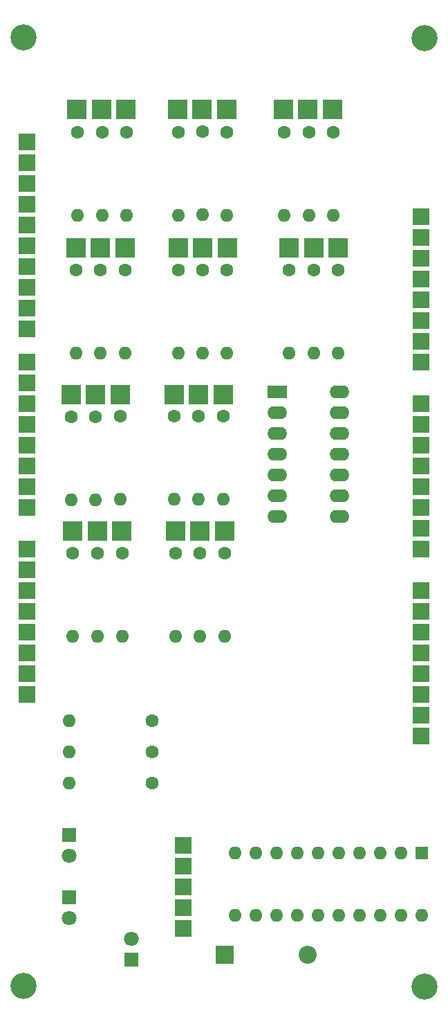
<source format=gbr>
G04 #@! TF.GenerationSoftware,KiCad,Pcbnew,8.0.0*
G04 #@! TF.CreationDate,2024-10-02T08:02:54-07:00*
G04 #@! TF.ProjectId,sumitomo_node_v3,73756d69-746f-46d6-9f5f-6e6f64655f76,rev?*
G04 #@! TF.SameCoordinates,Original*
G04 #@! TF.FileFunction,Soldermask,Top*
G04 #@! TF.FilePolarity,Negative*
%FSLAX46Y46*%
G04 Gerber Fmt 4.6, Leading zero omitted, Abs format (unit mm)*
G04 Created by KiCad (PCBNEW 8.0.0) date 2024-10-02 08:02:54*
%MOMM*%
%LPD*%
G01*
G04 APERTURE LIST*
%ADD10C,3.200000*%
%ADD11C,1.600000*%
%ADD12O,1.600000X1.600000*%
%ADD13R,2.400000X2.400000*%
%ADD14R,2.400000X1.600000*%
%ADD15O,2.400000X1.600000*%
%ADD16R,2.200000X2.200000*%
%ADD17O,2.200000X2.200000*%
%ADD18R,1.800000X1.800000*%
%ADD19C,1.800000*%
%ADD20R,2.000000X2.000000*%
%ADD21R,1.600000X1.600000*%
G04 APERTURE END LIST*
D10*
X65600000Y-47200000D03*
X114700000Y-47300000D03*
X114700000Y-163300000D03*
X65600000Y-163200000D03*
D11*
X104100000Y-75700000D03*
D12*
X104100000Y-85860000D03*
D11*
X98100000Y-75700000D03*
D12*
X98100000Y-85860000D03*
D11*
X101100000Y-75700000D03*
D12*
X101100000Y-85860000D03*
D11*
X103500000Y-58800000D03*
D12*
X103500000Y-68960000D03*
D11*
X97500000Y-58820000D03*
D12*
X97500000Y-68980000D03*
D11*
X100500000Y-58800000D03*
D12*
X100500000Y-68960000D03*
D11*
X90200000Y-110320000D03*
D12*
X90200000Y-120480000D03*
D11*
X84200000Y-110320000D03*
D12*
X84200000Y-120480000D03*
D11*
X87200000Y-110320000D03*
D12*
X87200000Y-120480000D03*
D11*
X90000000Y-93520000D03*
D12*
X90000000Y-103680000D03*
D11*
X84000000Y-93520000D03*
D12*
X84000000Y-103680000D03*
D11*
X87000000Y-93520000D03*
D12*
X87000000Y-103680000D03*
D11*
X90500000Y-75700000D03*
D12*
X90500000Y-85860000D03*
D11*
X84500000Y-75700000D03*
D12*
X84500000Y-85860000D03*
D11*
X87500000Y-75700000D03*
D12*
X87500000Y-85860000D03*
D11*
X90500000Y-58800000D03*
D12*
X90500000Y-68960000D03*
D11*
X84500000Y-58800000D03*
D12*
X84500000Y-68960000D03*
D11*
X87500000Y-58780000D03*
D12*
X87500000Y-68940000D03*
D11*
X78200000Y-58800000D03*
D12*
X78200000Y-68960000D03*
D11*
X72200000Y-58800000D03*
D12*
X72200000Y-68960000D03*
D11*
X75200000Y-58800000D03*
D12*
X75200000Y-68960000D03*
D11*
X78000000Y-75720000D03*
D12*
X78000000Y-85880000D03*
D11*
X72000000Y-75720000D03*
D12*
X72000000Y-85880000D03*
D11*
X75000000Y-75720000D03*
D12*
X75000000Y-85880000D03*
D11*
X77400000Y-93580000D03*
D12*
X77400000Y-103740000D03*
D11*
X71400000Y-93600000D03*
D12*
X71400000Y-103760000D03*
D11*
X74400000Y-93600000D03*
D12*
X74400000Y-103760000D03*
D13*
X98100000Y-73000000D03*
X101100000Y-73000000D03*
X104100000Y-73000000D03*
X97400000Y-56000000D03*
X100400000Y-56000000D03*
X103400000Y-56000000D03*
X84200000Y-107620000D03*
X87200000Y-107620000D03*
X90200000Y-107620000D03*
X84025000Y-90900000D03*
X87025000Y-90900000D03*
X90025000Y-90900000D03*
X84525000Y-73000000D03*
X87525000Y-73000000D03*
X90525000Y-73000000D03*
X84425000Y-56000000D03*
X87425000Y-56000000D03*
X90425000Y-56000000D03*
X72125000Y-56000000D03*
X75125000Y-56000000D03*
X78125000Y-56000000D03*
X72000000Y-73000000D03*
X75000000Y-73000000D03*
X78000000Y-73000000D03*
X71400000Y-90900000D03*
X74400000Y-90900000D03*
X77400000Y-90900000D03*
D11*
X77700000Y-110320000D03*
D12*
X77700000Y-120480000D03*
D11*
X71600000Y-110320000D03*
D12*
X71600000Y-120480000D03*
D11*
X74637500Y-110320000D03*
D12*
X74637500Y-120480000D03*
D13*
X71600000Y-107620000D03*
X74600000Y-107620000D03*
X77600000Y-107620000D03*
D14*
X96680000Y-90620000D03*
D15*
X96680000Y-93160000D03*
X96680000Y-95700000D03*
X96680000Y-98240000D03*
X96680000Y-100780000D03*
X96680000Y-103320000D03*
X96680000Y-105860000D03*
X104300000Y-105860000D03*
X104300000Y-103320000D03*
X104300000Y-100780000D03*
X104300000Y-98240000D03*
X104300000Y-95700000D03*
X104300000Y-93160000D03*
X104300000Y-90620000D03*
D16*
X90170000Y-159385000D03*
D17*
X100330000Y-159385000D03*
D18*
X71120000Y-144780000D03*
D19*
X71120000Y-147320000D03*
D18*
X78740000Y-160030000D03*
D19*
X78740000Y-157490000D03*
D18*
X71120000Y-152400000D03*
D19*
X71120000Y-154940000D03*
D20*
X85090000Y-146050000D03*
X85090000Y-148590000D03*
X85090000Y-151130000D03*
X85090000Y-153670000D03*
X85090000Y-156210000D03*
D21*
X114300000Y-147000000D03*
D12*
X111760000Y-147000000D03*
X109220000Y-147000000D03*
X106680000Y-147000000D03*
X104140000Y-147000000D03*
X101600000Y-147000000D03*
X99060000Y-147000000D03*
X96520000Y-147000000D03*
X93980000Y-147000000D03*
X91440000Y-147000000D03*
X91440000Y-154620000D03*
X93980000Y-154620000D03*
X96520000Y-154620000D03*
X99060000Y-154620000D03*
X101600000Y-154620000D03*
X104140000Y-154620000D03*
X106680000Y-154620000D03*
X109220000Y-154620000D03*
X111760000Y-154620000D03*
X114300000Y-154620000D03*
D11*
X81280000Y-138430000D03*
D12*
X71120000Y-138430000D03*
D11*
X81280000Y-130810000D03*
D12*
X71120000Y-130810000D03*
D11*
X81280000Y-134620000D03*
D12*
X71120000Y-134620000D03*
D20*
X114260000Y-69144000D03*
X114260000Y-71684000D03*
X114260000Y-74224000D03*
X114260000Y-76764000D03*
X114260000Y-79304000D03*
X114260000Y-81844000D03*
X114260000Y-84384000D03*
X114260000Y-86924000D03*
X114260000Y-92004000D03*
X114260000Y-94544000D03*
X114260000Y-97084000D03*
X114260000Y-99624000D03*
X114260000Y-102164000D03*
X114260000Y-104704000D03*
X114260000Y-107244000D03*
X114260000Y-109784000D03*
X114260000Y-114864000D03*
X114260000Y-117404000D03*
X114260000Y-119944000D03*
X114260000Y-122484000D03*
X114260000Y-125024000D03*
X114260000Y-127564000D03*
X114260000Y-130104000D03*
X114260000Y-132644000D03*
X66000000Y-60000000D03*
X66000000Y-62540000D03*
X66000000Y-65080000D03*
X66000000Y-67620000D03*
X66000000Y-70160000D03*
X66000000Y-72700000D03*
X66000000Y-75240000D03*
X66000000Y-77780000D03*
X66000000Y-80320000D03*
X66000000Y-82860000D03*
X66000000Y-86924000D03*
X66000000Y-89464000D03*
X66000000Y-92004000D03*
X66000000Y-94544000D03*
X66000000Y-97084000D03*
X66000000Y-99624000D03*
X66000000Y-102164000D03*
X66000000Y-104704000D03*
X66000000Y-109784000D03*
X66000000Y-112324000D03*
X66000000Y-114864000D03*
X66000000Y-117404000D03*
X66000000Y-119944000D03*
X66000000Y-122484000D03*
X66000000Y-125024000D03*
X66000000Y-127564000D03*
M02*

</source>
